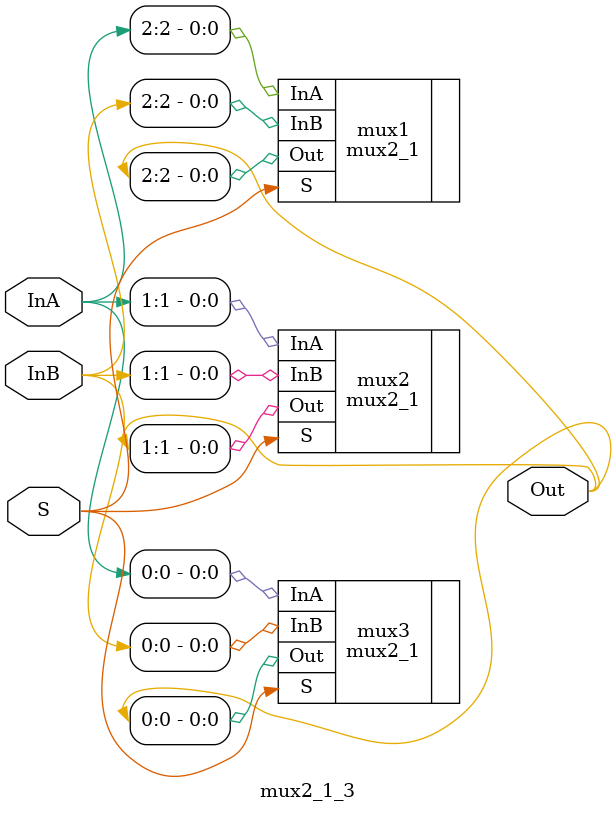
<source format=v>
module mux2_1_3 (InA, InB, S, Out);
    input[2:0] InA, InB;
    input S;
    output[2:0] Out;

    mux2_1 mux1(.InA(InA[2]), .InB(InB[2]), .S(S), .Out(Out[2]));
    mux2_1 mux2(.InA(InA[1]), .InB(InB[1]), .S(S), .Out(Out[1]));
    mux2_1 mux3(.InA(InA[0]), .InB(InB[0]), .S(S), .Out(Out[0]));

endmodule

</source>
